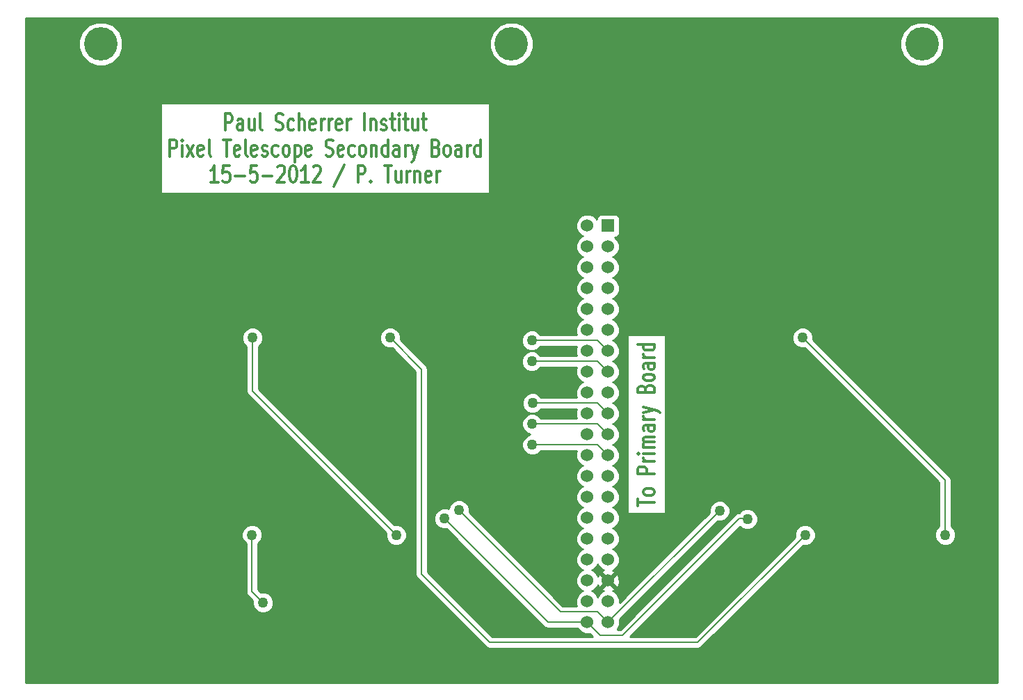
<source format=gtl>
G04 (created by PCBNEW-RS274X (2012-01-19 BZR 3256)-stable) date 5/23/2012 10:45:28 AM*
G01*
G70*
G90*
%MOIN*%
G04 Gerber Fmt 3.4, Leading zero omitted, Abs format*
%FSLAX34Y34*%
G04 APERTURE LIST*
%ADD10C,0.006000*%
%ADD11C,0.012000*%
%ADD12C,0.160000*%
%ADD13R,0.060000X0.060000*%
%ADD14C,0.060000*%
%ADD15C,0.050000*%
%ADD16C,0.008000*%
%ADD17C,0.010000*%
G04 APERTURE END LIST*
G54D10*
G54D11*
X37413Y-30416D02*
X37413Y-30073D01*
X38213Y-30244D02*
X37413Y-30244D01*
X38213Y-29787D02*
X38175Y-29845D01*
X38137Y-29873D01*
X38060Y-29902D01*
X37832Y-29902D01*
X37756Y-29873D01*
X37718Y-29845D01*
X37679Y-29787D01*
X37679Y-29702D01*
X37718Y-29645D01*
X37756Y-29616D01*
X37832Y-29587D01*
X38060Y-29587D01*
X38137Y-29616D01*
X38175Y-29645D01*
X38213Y-29702D01*
X38213Y-29787D01*
X38213Y-28873D02*
X37413Y-28873D01*
X37413Y-28645D01*
X37451Y-28587D01*
X37489Y-28559D01*
X37565Y-28530D01*
X37679Y-28530D01*
X37756Y-28559D01*
X37794Y-28587D01*
X37832Y-28645D01*
X37832Y-28873D01*
X38213Y-28273D02*
X37679Y-28273D01*
X37832Y-28273D02*
X37756Y-28245D01*
X37718Y-28216D01*
X37679Y-28159D01*
X37679Y-28102D01*
X38213Y-27902D02*
X37679Y-27902D01*
X37413Y-27902D02*
X37451Y-27931D01*
X37489Y-27902D01*
X37451Y-27874D01*
X37413Y-27902D01*
X37489Y-27902D01*
X38213Y-27616D02*
X37679Y-27616D01*
X37756Y-27616D02*
X37718Y-27588D01*
X37679Y-27530D01*
X37679Y-27445D01*
X37718Y-27388D01*
X37794Y-27359D01*
X38213Y-27359D01*
X37794Y-27359D02*
X37718Y-27330D01*
X37679Y-27273D01*
X37679Y-27188D01*
X37718Y-27130D01*
X37794Y-27102D01*
X38213Y-27102D01*
X38213Y-26559D02*
X37794Y-26559D01*
X37718Y-26588D01*
X37679Y-26645D01*
X37679Y-26759D01*
X37718Y-26816D01*
X38175Y-26559D02*
X38213Y-26616D01*
X38213Y-26759D01*
X38175Y-26816D01*
X38099Y-26845D01*
X38022Y-26845D01*
X37946Y-26816D01*
X37908Y-26759D01*
X37908Y-26616D01*
X37870Y-26559D01*
X38213Y-26273D02*
X37679Y-26273D01*
X37832Y-26273D02*
X37756Y-26245D01*
X37718Y-26216D01*
X37679Y-26159D01*
X37679Y-26102D01*
X37679Y-25959D02*
X38213Y-25816D01*
X37679Y-25674D02*
X38213Y-25816D01*
X38403Y-25874D01*
X38441Y-25902D01*
X38479Y-25959D01*
X37794Y-24788D02*
X37832Y-24702D01*
X37870Y-24674D01*
X37946Y-24645D01*
X38060Y-24645D01*
X38137Y-24674D01*
X38175Y-24702D01*
X38213Y-24760D01*
X38213Y-24988D01*
X37413Y-24988D01*
X37413Y-24788D01*
X37451Y-24731D01*
X37489Y-24702D01*
X37565Y-24674D01*
X37641Y-24674D01*
X37718Y-24702D01*
X37756Y-24731D01*
X37794Y-24788D01*
X37794Y-24988D01*
X38213Y-24302D02*
X38175Y-24360D01*
X38137Y-24388D01*
X38060Y-24417D01*
X37832Y-24417D01*
X37756Y-24388D01*
X37718Y-24360D01*
X37679Y-24302D01*
X37679Y-24217D01*
X37718Y-24160D01*
X37756Y-24131D01*
X37832Y-24102D01*
X38060Y-24102D01*
X38137Y-24131D01*
X38175Y-24160D01*
X38213Y-24217D01*
X38213Y-24302D01*
X38213Y-23588D02*
X37794Y-23588D01*
X37718Y-23617D01*
X37679Y-23674D01*
X37679Y-23788D01*
X37718Y-23845D01*
X38175Y-23588D02*
X38213Y-23645D01*
X38213Y-23788D01*
X38175Y-23845D01*
X38099Y-23874D01*
X38022Y-23874D01*
X37946Y-23845D01*
X37908Y-23788D01*
X37908Y-23645D01*
X37870Y-23588D01*
X38213Y-23302D02*
X37679Y-23302D01*
X37832Y-23302D02*
X37756Y-23274D01*
X37718Y-23245D01*
X37679Y-23188D01*
X37679Y-23131D01*
X38213Y-22674D02*
X37413Y-22674D01*
X38175Y-22674D02*
X38213Y-22731D01*
X38213Y-22845D01*
X38175Y-22903D01*
X38137Y-22931D01*
X38060Y-22960D01*
X37832Y-22960D01*
X37756Y-22931D01*
X37718Y-22903D01*
X37679Y-22845D01*
X37679Y-22731D01*
X37718Y-22674D01*
X17641Y-12426D02*
X17641Y-11626D01*
X17869Y-11626D01*
X17927Y-11664D01*
X17955Y-11702D01*
X17984Y-11778D01*
X17984Y-11892D01*
X17955Y-11969D01*
X17927Y-12007D01*
X17869Y-12045D01*
X17641Y-12045D01*
X18498Y-12426D02*
X18498Y-12007D01*
X18469Y-11931D01*
X18412Y-11892D01*
X18298Y-11892D01*
X18241Y-11931D01*
X18498Y-12388D02*
X18441Y-12426D01*
X18298Y-12426D01*
X18241Y-12388D01*
X18212Y-12312D01*
X18212Y-12235D01*
X18241Y-12159D01*
X18298Y-12121D01*
X18441Y-12121D01*
X18498Y-12083D01*
X19041Y-11892D02*
X19041Y-12426D01*
X18784Y-11892D02*
X18784Y-12312D01*
X18812Y-12388D01*
X18870Y-12426D01*
X18955Y-12426D01*
X19012Y-12388D01*
X19041Y-12350D01*
X19413Y-12426D02*
X19355Y-12388D01*
X19327Y-12312D01*
X19327Y-11626D01*
X20069Y-12388D02*
X20155Y-12426D01*
X20298Y-12426D01*
X20355Y-12388D01*
X20384Y-12350D01*
X20412Y-12273D01*
X20412Y-12197D01*
X20384Y-12121D01*
X20355Y-12083D01*
X20298Y-12045D01*
X20184Y-12007D01*
X20126Y-11969D01*
X20098Y-11931D01*
X20069Y-11854D01*
X20069Y-11778D01*
X20098Y-11702D01*
X20126Y-11664D01*
X20184Y-11626D01*
X20326Y-11626D01*
X20412Y-11664D01*
X20926Y-12388D02*
X20869Y-12426D01*
X20755Y-12426D01*
X20697Y-12388D01*
X20669Y-12350D01*
X20640Y-12273D01*
X20640Y-12045D01*
X20669Y-11969D01*
X20697Y-11931D01*
X20755Y-11892D01*
X20869Y-11892D01*
X20926Y-11931D01*
X21183Y-12426D02*
X21183Y-11626D01*
X21440Y-12426D02*
X21440Y-12007D01*
X21411Y-11931D01*
X21354Y-11892D01*
X21269Y-11892D01*
X21211Y-11931D01*
X21183Y-11969D01*
X21954Y-12388D02*
X21897Y-12426D01*
X21783Y-12426D01*
X21726Y-12388D01*
X21697Y-12312D01*
X21697Y-12007D01*
X21726Y-11931D01*
X21783Y-11892D01*
X21897Y-11892D01*
X21954Y-11931D01*
X21983Y-12007D01*
X21983Y-12083D01*
X21697Y-12159D01*
X22240Y-12426D02*
X22240Y-11892D01*
X22240Y-12045D02*
X22268Y-11969D01*
X22297Y-11931D01*
X22354Y-11892D01*
X22411Y-11892D01*
X22611Y-12426D02*
X22611Y-11892D01*
X22611Y-12045D02*
X22639Y-11969D01*
X22668Y-11931D01*
X22725Y-11892D01*
X22782Y-11892D01*
X23210Y-12388D02*
X23153Y-12426D01*
X23039Y-12426D01*
X22982Y-12388D01*
X22953Y-12312D01*
X22953Y-12007D01*
X22982Y-11931D01*
X23039Y-11892D01*
X23153Y-11892D01*
X23210Y-11931D01*
X23239Y-12007D01*
X23239Y-12083D01*
X22953Y-12159D01*
X23496Y-12426D02*
X23496Y-11892D01*
X23496Y-12045D02*
X23524Y-11969D01*
X23553Y-11931D01*
X23610Y-11892D01*
X23667Y-11892D01*
X24324Y-12426D02*
X24324Y-11626D01*
X24610Y-11892D02*
X24610Y-12426D01*
X24610Y-11969D02*
X24638Y-11931D01*
X24696Y-11892D01*
X24781Y-11892D01*
X24838Y-11931D01*
X24867Y-12007D01*
X24867Y-12426D01*
X25124Y-12388D02*
X25181Y-12426D01*
X25296Y-12426D01*
X25353Y-12388D01*
X25381Y-12312D01*
X25381Y-12273D01*
X25353Y-12197D01*
X25296Y-12159D01*
X25210Y-12159D01*
X25153Y-12121D01*
X25124Y-12045D01*
X25124Y-12007D01*
X25153Y-11931D01*
X25210Y-11892D01*
X25296Y-11892D01*
X25353Y-11931D01*
X25553Y-11892D02*
X25782Y-11892D01*
X25639Y-11626D02*
X25639Y-12312D01*
X25667Y-12388D01*
X25725Y-12426D01*
X25782Y-12426D01*
X25982Y-12426D02*
X25982Y-11892D01*
X25982Y-11626D02*
X25953Y-11664D01*
X25982Y-11702D01*
X26010Y-11664D01*
X25982Y-11626D01*
X25982Y-11702D01*
X26182Y-11892D02*
X26411Y-11892D01*
X26268Y-11626D02*
X26268Y-12312D01*
X26296Y-12388D01*
X26354Y-12426D01*
X26411Y-12426D01*
X26868Y-11892D02*
X26868Y-12426D01*
X26611Y-11892D02*
X26611Y-12312D01*
X26639Y-12388D01*
X26697Y-12426D01*
X26782Y-12426D01*
X26839Y-12388D01*
X26868Y-12350D01*
X27068Y-11892D02*
X27297Y-11892D01*
X27154Y-11626D02*
X27154Y-12312D01*
X27182Y-12388D01*
X27240Y-12426D01*
X27297Y-12426D01*
X14985Y-13666D02*
X14985Y-12866D01*
X15213Y-12866D01*
X15271Y-12904D01*
X15299Y-12942D01*
X15328Y-13018D01*
X15328Y-13132D01*
X15299Y-13209D01*
X15271Y-13247D01*
X15213Y-13285D01*
X14985Y-13285D01*
X15585Y-13666D02*
X15585Y-13132D01*
X15585Y-12866D02*
X15556Y-12904D01*
X15585Y-12942D01*
X15613Y-12904D01*
X15585Y-12866D01*
X15585Y-12942D01*
X15814Y-13666D02*
X16128Y-13132D01*
X15814Y-13132D02*
X16128Y-13666D01*
X16585Y-13628D02*
X16528Y-13666D01*
X16414Y-13666D01*
X16357Y-13628D01*
X16328Y-13552D01*
X16328Y-13247D01*
X16357Y-13171D01*
X16414Y-13132D01*
X16528Y-13132D01*
X16585Y-13171D01*
X16614Y-13247D01*
X16614Y-13323D01*
X16328Y-13399D01*
X16957Y-13666D02*
X16899Y-13628D01*
X16871Y-13552D01*
X16871Y-12866D01*
X17556Y-12866D02*
X17899Y-12866D01*
X17728Y-13666D02*
X17728Y-12866D01*
X18327Y-13628D02*
X18270Y-13666D01*
X18156Y-13666D01*
X18099Y-13628D01*
X18070Y-13552D01*
X18070Y-13247D01*
X18099Y-13171D01*
X18156Y-13132D01*
X18270Y-13132D01*
X18327Y-13171D01*
X18356Y-13247D01*
X18356Y-13323D01*
X18070Y-13399D01*
X18699Y-13666D02*
X18641Y-13628D01*
X18613Y-13552D01*
X18613Y-12866D01*
X19155Y-13628D02*
X19098Y-13666D01*
X18984Y-13666D01*
X18927Y-13628D01*
X18898Y-13552D01*
X18898Y-13247D01*
X18927Y-13171D01*
X18984Y-13132D01*
X19098Y-13132D01*
X19155Y-13171D01*
X19184Y-13247D01*
X19184Y-13323D01*
X18898Y-13399D01*
X19412Y-13628D02*
X19469Y-13666D01*
X19584Y-13666D01*
X19641Y-13628D01*
X19669Y-13552D01*
X19669Y-13513D01*
X19641Y-13437D01*
X19584Y-13399D01*
X19498Y-13399D01*
X19441Y-13361D01*
X19412Y-13285D01*
X19412Y-13247D01*
X19441Y-13171D01*
X19498Y-13132D01*
X19584Y-13132D01*
X19641Y-13171D01*
X20184Y-13628D02*
X20127Y-13666D01*
X20013Y-13666D01*
X19955Y-13628D01*
X19927Y-13590D01*
X19898Y-13513D01*
X19898Y-13285D01*
X19927Y-13209D01*
X19955Y-13171D01*
X20013Y-13132D01*
X20127Y-13132D01*
X20184Y-13171D01*
X20527Y-13666D02*
X20469Y-13628D01*
X20441Y-13590D01*
X20412Y-13513D01*
X20412Y-13285D01*
X20441Y-13209D01*
X20469Y-13171D01*
X20527Y-13132D01*
X20612Y-13132D01*
X20669Y-13171D01*
X20698Y-13209D01*
X20727Y-13285D01*
X20727Y-13513D01*
X20698Y-13590D01*
X20669Y-13628D01*
X20612Y-13666D01*
X20527Y-13666D01*
X20984Y-13132D02*
X20984Y-13932D01*
X20984Y-13171D02*
X21041Y-13132D01*
X21155Y-13132D01*
X21212Y-13171D01*
X21241Y-13209D01*
X21270Y-13285D01*
X21270Y-13513D01*
X21241Y-13590D01*
X21212Y-13628D01*
X21155Y-13666D01*
X21041Y-13666D01*
X20984Y-13628D01*
X21755Y-13628D02*
X21698Y-13666D01*
X21584Y-13666D01*
X21527Y-13628D01*
X21498Y-13552D01*
X21498Y-13247D01*
X21527Y-13171D01*
X21584Y-13132D01*
X21698Y-13132D01*
X21755Y-13171D01*
X21784Y-13247D01*
X21784Y-13323D01*
X21498Y-13399D01*
X22469Y-13628D02*
X22555Y-13666D01*
X22698Y-13666D01*
X22755Y-13628D01*
X22784Y-13590D01*
X22812Y-13513D01*
X22812Y-13437D01*
X22784Y-13361D01*
X22755Y-13323D01*
X22698Y-13285D01*
X22584Y-13247D01*
X22526Y-13209D01*
X22498Y-13171D01*
X22469Y-13094D01*
X22469Y-13018D01*
X22498Y-12942D01*
X22526Y-12904D01*
X22584Y-12866D01*
X22726Y-12866D01*
X22812Y-12904D01*
X23297Y-13628D02*
X23240Y-13666D01*
X23126Y-13666D01*
X23069Y-13628D01*
X23040Y-13552D01*
X23040Y-13247D01*
X23069Y-13171D01*
X23126Y-13132D01*
X23240Y-13132D01*
X23297Y-13171D01*
X23326Y-13247D01*
X23326Y-13323D01*
X23040Y-13399D01*
X23840Y-13628D02*
X23783Y-13666D01*
X23669Y-13666D01*
X23611Y-13628D01*
X23583Y-13590D01*
X23554Y-13513D01*
X23554Y-13285D01*
X23583Y-13209D01*
X23611Y-13171D01*
X23669Y-13132D01*
X23783Y-13132D01*
X23840Y-13171D01*
X24183Y-13666D02*
X24125Y-13628D01*
X24097Y-13590D01*
X24068Y-13513D01*
X24068Y-13285D01*
X24097Y-13209D01*
X24125Y-13171D01*
X24183Y-13132D01*
X24268Y-13132D01*
X24325Y-13171D01*
X24354Y-13209D01*
X24383Y-13285D01*
X24383Y-13513D01*
X24354Y-13590D01*
X24325Y-13628D01*
X24268Y-13666D01*
X24183Y-13666D01*
X24640Y-13132D02*
X24640Y-13666D01*
X24640Y-13209D02*
X24668Y-13171D01*
X24726Y-13132D01*
X24811Y-13132D01*
X24868Y-13171D01*
X24897Y-13247D01*
X24897Y-13666D01*
X25440Y-13666D02*
X25440Y-12866D01*
X25440Y-13628D02*
X25383Y-13666D01*
X25269Y-13666D01*
X25211Y-13628D01*
X25183Y-13590D01*
X25154Y-13513D01*
X25154Y-13285D01*
X25183Y-13209D01*
X25211Y-13171D01*
X25269Y-13132D01*
X25383Y-13132D01*
X25440Y-13171D01*
X25983Y-13666D02*
X25983Y-13247D01*
X25954Y-13171D01*
X25897Y-13132D01*
X25783Y-13132D01*
X25726Y-13171D01*
X25983Y-13628D02*
X25926Y-13666D01*
X25783Y-13666D01*
X25726Y-13628D01*
X25697Y-13552D01*
X25697Y-13475D01*
X25726Y-13399D01*
X25783Y-13361D01*
X25926Y-13361D01*
X25983Y-13323D01*
X26269Y-13666D02*
X26269Y-13132D01*
X26269Y-13285D02*
X26297Y-13209D01*
X26326Y-13171D01*
X26383Y-13132D01*
X26440Y-13132D01*
X26583Y-13132D02*
X26726Y-13666D01*
X26868Y-13132D02*
X26726Y-13666D01*
X26668Y-13856D01*
X26640Y-13894D01*
X26583Y-13932D01*
X27754Y-13247D02*
X27840Y-13285D01*
X27868Y-13323D01*
X27897Y-13399D01*
X27897Y-13513D01*
X27868Y-13590D01*
X27840Y-13628D01*
X27782Y-13666D01*
X27554Y-13666D01*
X27554Y-12866D01*
X27754Y-12866D01*
X27811Y-12904D01*
X27840Y-12942D01*
X27868Y-13018D01*
X27868Y-13094D01*
X27840Y-13171D01*
X27811Y-13209D01*
X27754Y-13247D01*
X27554Y-13247D01*
X28240Y-13666D02*
X28182Y-13628D01*
X28154Y-13590D01*
X28125Y-13513D01*
X28125Y-13285D01*
X28154Y-13209D01*
X28182Y-13171D01*
X28240Y-13132D01*
X28325Y-13132D01*
X28382Y-13171D01*
X28411Y-13209D01*
X28440Y-13285D01*
X28440Y-13513D01*
X28411Y-13590D01*
X28382Y-13628D01*
X28325Y-13666D01*
X28240Y-13666D01*
X28954Y-13666D02*
X28954Y-13247D01*
X28925Y-13171D01*
X28868Y-13132D01*
X28754Y-13132D01*
X28697Y-13171D01*
X28954Y-13628D02*
X28897Y-13666D01*
X28754Y-13666D01*
X28697Y-13628D01*
X28668Y-13552D01*
X28668Y-13475D01*
X28697Y-13399D01*
X28754Y-13361D01*
X28897Y-13361D01*
X28954Y-13323D01*
X29240Y-13666D02*
X29240Y-13132D01*
X29240Y-13285D02*
X29268Y-13209D01*
X29297Y-13171D01*
X29354Y-13132D01*
X29411Y-13132D01*
X29868Y-13666D02*
X29868Y-12866D01*
X29868Y-13628D02*
X29811Y-13666D01*
X29697Y-13666D01*
X29639Y-13628D01*
X29611Y-13590D01*
X29582Y-13513D01*
X29582Y-13285D01*
X29611Y-13209D01*
X29639Y-13171D01*
X29697Y-13132D01*
X29811Y-13132D01*
X29868Y-13171D01*
X17299Y-14906D02*
X16956Y-14906D01*
X17128Y-14906D02*
X17128Y-14106D01*
X17071Y-14220D01*
X17013Y-14296D01*
X16956Y-14334D01*
X17842Y-14106D02*
X17556Y-14106D01*
X17527Y-14487D01*
X17556Y-14449D01*
X17613Y-14411D01*
X17756Y-14411D01*
X17813Y-14449D01*
X17842Y-14487D01*
X17870Y-14563D01*
X17870Y-14753D01*
X17842Y-14830D01*
X17813Y-14868D01*
X17756Y-14906D01*
X17613Y-14906D01*
X17556Y-14868D01*
X17527Y-14830D01*
X18127Y-14601D02*
X18584Y-14601D01*
X19156Y-14106D02*
X18870Y-14106D01*
X18841Y-14487D01*
X18870Y-14449D01*
X18927Y-14411D01*
X19070Y-14411D01*
X19127Y-14449D01*
X19156Y-14487D01*
X19184Y-14563D01*
X19184Y-14753D01*
X19156Y-14830D01*
X19127Y-14868D01*
X19070Y-14906D01*
X18927Y-14906D01*
X18870Y-14868D01*
X18841Y-14830D01*
X19441Y-14601D02*
X19898Y-14601D01*
X20155Y-14182D02*
X20184Y-14144D01*
X20241Y-14106D01*
X20384Y-14106D01*
X20441Y-14144D01*
X20470Y-14182D01*
X20498Y-14258D01*
X20498Y-14334D01*
X20470Y-14449D01*
X20127Y-14906D01*
X20498Y-14906D01*
X20869Y-14106D02*
X20926Y-14106D01*
X20983Y-14144D01*
X21012Y-14182D01*
X21041Y-14258D01*
X21069Y-14411D01*
X21069Y-14601D01*
X21041Y-14753D01*
X21012Y-14830D01*
X20983Y-14868D01*
X20926Y-14906D01*
X20869Y-14906D01*
X20812Y-14868D01*
X20783Y-14830D01*
X20755Y-14753D01*
X20726Y-14601D01*
X20726Y-14411D01*
X20755Y-14258D01*
X20783Y-14182D01*
X20812Y-14144D01*
X20869Y-14106D01*
X21640Y-14906D02*
X21297Y-14906D01*
X21469Y-14906D02*
X21469Y-14106D01*
X21412Y-14220D01*
X21354Y-14296D01*
X21297Y-14334D01*
X21868Y-14182D02*
X21897Y-14144D01*
X21954Y-14106D01*
X22097Y-14106D01*
X22154Y-14144D01*
X22183Y-14182D01*
X22211Y-14258D01*
X22211Y-14334D01*
X22183Y-14449D01*
X21840Y-14906D01*
X22211Y-14906D01*
X23353Y-14068D02*
X22839Y-15096D01*
X24011Y-14906D02*
X24011Y-14106D01*
X24239Y-14106D01*
X24297Y-14144D01*
X24325Y-14182D01*
X24354Y-14258D01*
X24354Y-14372D01*
X24325Y-14449D01*
X24297Y-14487D01*
X24239Y-14525D01*
X24011Y-14525D01*
X24611Y-14830D02*
X24639Y-14868D01*
X24611Y-14906D01*
X24582Y-14868D01*
X24611Y-14830D01*
X24611Y-14906D01*
X25268Y-14106D02*
X25611Y-14106D01*
X25440Y-14906D02*
X25440Y-14106D01*
X26068Y-14372D02*
X26068Y-14906D01*
X25811Y-14372D02*
X25811Y-14792D01*
X25839Y-14868D01*
X25897Y-14906D01*
X25982Y-14906D01*
X26039Y-14868D01*
X26068Y-14830D01*
X26354Y-14906D02*
X26354Y-14372D01*
X26354Y-14525D02*
X26382Y-14449D01*
X26411Y-14411D01*
X26468Y-14372D01*
X26525Y-14372D01*
X26725Y-14372D02*
X26725Y-14906D01*
X26725Y-14449D02*
X26753Y-14411D01*
X26811Y-14372D01*
X26896Y-14372D01*
X26953Y-14411D01*
X26982Y-14487D01*
X26982Y-14906D01*
X27496Y-14868D02*
X27439Y-14906D01*
X27325Y-14906D01*
X27268Y-14868D01*
X27239Y-14792D01*
X27239Y-14487D01*
X27268Y-14411D01*
X27325Y-14372D01*
X27439Y-14372D01*
X27496Y-14411D01*
X27525Y-14487D01*
X27525Y-14563D01*
X27239Y-14639D01*
X27782Y-14906D02*
X27782Y-14372D01*
X27782Y-14525D02*
X27810Y-14449D01*
X27839Y-14411D01*
X27896Y-14372D01*
X27953Y-14372D01*
G54D12*
X31362Y-08283D03*
X11677Y-08283D03*
G54D13*
X35997Y-16992D03*
G54D14*
X34997Y-16992D03*
X35997Y-21992D03*
X34997Y-17992D03*
X35997Y-22992D03*
X34997Y-18992D03*
X35997Y-23992D03*
X34997Y-19992D03*
X35997Y-24992D03*
X34997Y-20992D03*
X35997Y-25992D03*
X34997Y-21992D03*
X35997Y-26992D03*
X34997Y-22992D03*
X35997Y-27992D03*
X34997Y-23992D03*
X35997Y-28992D03*
X34997Y-24992D03*
X35997Y-29992D03*
X34997Y-25992D03*
X35997Y-30992D03*
X34997Y-26992D03*
X35997Y-31992D03*
X34997Y-27992D03*
X34997Y-28992D03*
X35997Y-32992D03*
X34997Y-29992D03*
X34997Y-31992D03*
X34997Y-32992D03*
X34997Y-33992D03*
X34997Y-34992D03*
X35997Y-33992D03*
X35997Y-34992D03*
X35997Y-17992D03*
X35997Y-18992D03*
X35997Y-19992D03*
X35997Y-20992D03*
X35997Y-35992D03*
X34997Y-35992D03*
X34997Y-30992D03*
G54D12*
X51047Y-08283D03*
G54D15*
X28843Y-30626D03*
X41334Y-30655D03*
X42673Y-31047D03*
X28154Y-31020D03*
X32347Y-22486D03*
X32347Y-23490D03*
X32377Y-25488D03*
X32357Y-26492D03*
X19449Y-35047D03*
X18925Y-31807D03*
X52150Y-31807D03*
X45320Y-22358D03*
X25546Y-22358D03*
X45438Y-31807D03*
X18952Y-22358D03*
X25841Y-31807D03*
X32357Y-27486D03*
G54D16*
X35997Y-35992D02*
X35493Y-35488D01*
X33705Y-35488D02*
X28843Y-30626D01*
X35493Y-35488D02*
X33705Y-35488D01*
X35997Y-35992D02*
X41334Y-30655D01*
X36688Y-36620D02*
X42288Y-31020D01*
X35625Y-36620D02*
X34997Y-35992D01*
X35625Y-36620D02*
X36688Y-36620D01*
X42646Y-31020D02*
X42288Y-31020D01*
X42673Y-31047D02*
X42646Y-31020D01*
X33126Y-35992D02*
X28154Y-31020D01*
X34997Y-35992D02*
X33126Y-35992D01*
X35997Y-22992D02*
X35491Y-22486D01*
X35491Y-22486D02*
X32347Y-22486D01*
X35495Y-23490D02*
X32347Y-23490D01*
X35997Y-23992D02*
X35495Y-23490D01*
X35493Y-25488D02*
X32377Y-25488D01*
X35997Y-25992D02*
X35493Y-25488D01*
X35997Y-26992D02*
X35497Y-26492D01*
X35497Y-26492D02*
X32357Y-26492D01*
X18925Y-31807D02*
X18925Y-34523D01*
X18925Y-34523D02*
X19449Y-35047D01*
X52150Y-31807D02*
X52150Y-29188D01*
X52150Y-29188D02*
X51973Y-29011D01*
X51973Y-29011D02*
X45320Y-22358D01*
X45438Y-31807D02*
X40290Y-36955D01*
X40290Y-36955D02*
X30320Y-36955D01*
X27052Y-23864D02*
X25546Y-22358D01*
X27052Y-33687D02*
X27052Y-23864D01*
X30320Y-36955D02*
X27052Y-33687D01*
X18952Y-24918D02*
X18952Y-22358D01*
X25841Y-31807D02*
X18952Y-24918D01*
X35997Y-27992D02*
X35491Y-27486D01*
X35491Y-27486D02*
X32357Y-27486D01*
G54D10*
G36*
X54660Y-38864D02*
X52649Y-38864D01*
X52649Y-31906D01*
X52649Y-31708D01*
X52573Y-31525D01*
X52440Y-31391D01*
X52440Y-29188D01*
X52418Y-29077D01*
X52355Y-28983D01*
X52179Y-28807D01*
X52178Y-28806D01*
X52178Y-28805D01*
X52097Y-28724D01*
X52097Y-08493D01*
X52097Y-08075D01*
X51937Y-07689D01*
X51642Y-07393D01*
X51257Y-07233D01*
X50839Y-07233D01*
X50453Y-07393D01*
X50157Y-07688D01*
X49997Y-08073D01*
X49997Y-08491D01*
X50157Y-08877D01*
X50452Y-09173D01*
X50837Y-09333D01*
X51255Y-09333D01*
X51641Y-09173D01*
X51937Y-08878D01*
X52097Y-08493D01*
X52097Y-28724D01*
X45819Y-22446D01*
X45819Y-22259D01*
X45743Y-22076D01*
X45603Y-21935D01*
X45419Y-21859D01*
X45221Y-21859D01*
X45038Y-21935D01*
X44897Y-22075D01*
X44821Y-22259D01*
X44821Y-22457D01*
X44897Y-22640D01*
X45037Y-22781D01*
X45221Y-22857D01*
X45408Y-22857D01*
X51767Y-29216D01*
X51768Y-29216D01*
X51769Y-29217D01*
X51860Y-29308D01*
X51860Y-31391D01*
X51727Y-31524D01*
X51651Y-31708D01*
X51651Y-31906D01*
X51727Y-32089D01*
X51867Y-32230D01*
X52051Y-32306D01*
X52249Y-32306D01*
X52432Y-32230D01*
X52573Y-32090D01*
X52649Y-31906D01*
X52649Y-38864D01*
X45937Y-38864D01*
X45937Y-31906D01*
X45937Y-31708D01*
X45861Y-31525D01*
X45721Y-31384D01*
X45537Y-31308D01*
X45339Y-31308D01*
X45156Y-31384D01*
X45015Y-31524D01*
X44939Y-31708D01*
X44939Y-31896D01*
X40170Y-36665D01*
X37053Y-36665D01*
X42319Y-31398D01*
X42390Y-31470D01*
X42574Y-31546D01*
X42772Y-31546D01*
X42955Y-31470D01*
X43096Y-31330D01*
X43172Y-31146D01*
X43172Y-30948D01*
X43096Y-30765D01*
X42956Y-30624D01*
X42772Y-30548D01*
X42574Y-30548D01*
X42391Y-30624D01*
X42283Y-30730D01*
X42177Y-30752D01*
X42083Y-30815D01*
X36568Y-36330D01*
X36435Y-36330D01*
X36462Y-36303D01*
X36546Y-36101D01*
X36546Y-35883D01*
X36537Y-35861D01*
X41245Y-31154D01*
X41433Y-31154D01*
X41616Y-31078D01*
X41757Y-30938D01*
X41833Y-30754D01*
X41833Y-30556D01*
X41757Y-30373D01*
X41617Y-30232D01*
X41433Y-30156D01*
X41235Y-30156D01*
X41052Y-30232D01*
X40911Y-30372D01*
X40835Y-30556D01*
X40835Y-30743D01*
X38759Y-32819D01*
X38759Y-30783D01*
X38759Y-22221D01*
X36899Y-22221D01*
X36899Y-30783D01*
X38759Y-30783D01*
X38759Y-32819D01*
X36546Y-35032D01*
X36546Y-34883D01*
X36540Y-34868D01*
X36540Y-34071D01*
X36529Y-33858D01*
X36469Y-33711D01*
X36375Y-33684D01*
X36068Y-33992D01*
X36375Y-34300D01*
X36469Y-34273D01*
X36540Y-34071D01*
X36540Y-34868D01*
X36462Y-34681D01*
X36308Y-34527D01*
X36216Y-34489D01*
X36278Y-34464D01*
X36305Y-34370D01*
X35997Y-34063D01*
X35689Y-34370D01*
X35716Y-34464D01*
X35781Y-34487D01*
X35686Y-34527D01*
X35532Y-34681D01*
X35497Y-34765D01*
X35462Y-34681D01*
X35308Y-34527D01*
X35223Y-34492D01*
X35308Y-34457D01*
X35462Y-34303D01*
X35499Y-34211D01*
X35525Y-34273D01*
X35619Y-34300D01*
X35926Y-33992D01*
X35619Y-33684D01*
X35525Y-33711D01*
X35501Y-33776D01*
X35462Y-33681D01*
X35308Y-33527D01*
X35223Y-33492D01*
X35308Y-33457D01*
X35462Y-33303D01*
X35497Y-33218D01*
X35532Y-33303D01*
X35686Y-33457D01*
X35777Y-33494D01*
X35716Y-33520D01*
X35689Y-33614D01*
X35997Y-33921D01*
X36305Y-33614D01*
X36278Y-33520D01*
X36212Y-33496D01*
X36308Y-33457D01*
X36462Y-33303D01*
X36546Y-33101D01*
X36546Y-32883D01*
X36462Y-32681D01*
X36308Y-32527D01*
X36223Y-32492D01*
X36308Y-32457D01*
X36462Y-32303D01*
X36546Y-32101D01*
X36546Y-31883D01*
X36462Y-31681D01*
X36308Y-31527D01*
X36223Y-31492D01*
X36308Y-31457D01*
X36462Y-31303D01*
X36546Y-31101D01*
X36546Y-30883D01*
X36462Y-30681D01*
X36308Y-30527D01*
X36223Y-30492D01*
X36308Y-30457D01*
X36462Y-30303D01*
X36546Y-30101D01*
X36546Y-29883D01*
X36462Y-29681D01*
X36308Y-29527D01*
X36223Y-29492D01*
X36308Y-29457D01*
X36462Y-29303D01*
X36546Y-29101D01*
X36546Y-28883D01*
X36462Y-28681D01*
X36308Y-28527D01*
X36223Y-28492D01*
X36308Y-28457D01*
X36462Y-28303D01*
X36546Y-28101D01*
X36546Y-27883D01*
X36462Y-27681D01*
X36308Y-27527D01*
X36223Y-27492D01*
X36308Y-27457D01*
X36462Y-27303D01*
X36546Y-27101D01*
X36546Y-26883D01*
X36462Y-26681D01*
X36308Y-26527D01*
X36223Y-26492D01*
X36308Y-26457D01*
X36462Y-26303D01*
X36546Y-26101D01*
X36546Y-25883D01*
X36462Y-25681D01*
X36308Y-25527D01*
X36223Y-25492D01*
X36308Y-25457D01*
X36462Y-25303D01*
X36546Y-25101D01*
X36546Y-24883D01*
X36462Y-24681D01*
X36308Y-24527D01*
X36223Y-24492D01*
X36308Y-24457D01*
X36462Y-24303D01*
X36546Y-24101D01*
X36546Y-23883D01*
X36462Y-23681D01*
X36308Y-23527D01*
X36223Y-23492D01*
X36308Y-23457D01*
X36462Y-23303D01*
X36546Y-23101D01*
X36546Y-22883D01*
X36462Y-22681D01*
X36308Y-22527D01*
X36223Y-22492D01*
X36308Y-22457D01*
X36462Y-22303D01*
X36546Y-22101D01*
X36546Y-21883D01*
X36462Y-21681D01*
X36308Y-21527D01*
X36223Y-21492D01*
X36308Y-21457D01*
X36462Y-21303D01*
X36546Y-21101D01*
X36546Y-20883D01*
X36462Y-20681D01*
X36308Y-20527D01*
X36223Y-20492D01*
X36308Y-20457D01*
X36462Y-20303D01*
X36546Y-20101D01*
X36546Y-19883D01*
X36462Y-19681D01*
X36308Y-19527D01*
X36223Y-19492D01*
X36308Y-19457D01*
X36462Y-19303D01*
X36546Y-19101D01*
X36546Y-18883D01*
X36462Y-18681D01*
X36308Y-18527D01*
X36223Y-18492D01*
X36308Y-18457D01*
X36462Y-18303D01*
X36546Y-18101D01*
X36546Y-17883D01*
X36462Y-17681D01*
X36322Y-17541D01*
X36346Y-17541D01*
X36438Y-17503D01*
X36508Y-17433D01*
X36546Y-17342D01*
X36546Y-17243D01*
X36546Y-16643D01*
X36508Y-16551D01*
X36438Y-16481D01*
X36347Y-16443D01*
X36248Y-16443D01*
X35648Y-16443D01*
X35556Y-16481D01*
X35486Y-16551D01*
X35448Y-16642D01*
X35448Y-16667D01*
X35308Y-16527D01*
X35106Y-16443D01*
X34888Y-16443D01*
X34686Y-16527D01*
X34532Y-16681D01*
X34448Y-16883D01*
X34448Y-17101D01*
X34532Y-17303D01*
X34686Y-17457D01*
X34770Y-17492D01*
X34686Y-17527D01*
X34532Y-17681D01*
X34448Y-17883D01*
X34448Y-18101D01*
X34532Y-18303D01*
X34686Y-18457D01*
X34770Y-18492D01*
X34686Y-18527D01*
X34532Y-18681D01*
X34448Y-18883D01*
X34448Y-19101D01*
X34532Y-19303D01*
X34686Y-19457D01*
X34770Y-19492D01*
X34686Y-19527D01*
X34532Y-19681D01*
X34448Y-19883D01*
X34448Y-20101D01*
X34532Y-20303D01*
X34686Y-20457D01*
X34770Y-20492D01*
X34686Y-20527D01*
X34532Y-20681D01*
X34448Y-20883D01*
X34448Y-21101D01*
X34532Y-21303D01*
X34686Y-21457D01*
X34770Y-21492D01*
X34686Y-21527D01*
X34532Y-21681D01*
X34448Y-21883D01*
X34448Y-22101D01*
X34487Y-22196D01*
X32762Y-22196D01*
X32630Y-22063D01*
X32446Y-21987D01*
X32412Y-21987D01*
X32412Y-08493D01*
X32412Y-08075D01*
X32252Y-07689D01*
X31957Y-07393D01*
X31572Y-07233D01*
X31154Y-07233D01*
X30768Y-07393D01*
X30472Y-07688D01*
X30312Y-08073D01*
X30312Y-08491D01*
X30472Y-08877D01*
X30767Y-09173D01*
X31152Y-09333D01*
X31570Y-09333D01*
X31956Y-09173D01*
X32252Y-08878D01*
X32412Y-08493D01*
X32412Y-21987D01*
X32248Y-21987D01*
X32065Y-22063D01*
X31924Y-22203D01*
X31848Y-22387D01*
X31848Y-22585D01*
X31924Y-22768D01*
X32064Y-22909D01*
X32248Y-22985D01*
X32446Y-22985D01*
X32629Y-22909D01*
X32762Y-22776D01*
X34492Y-22776D01*
X34448Y-22883D01*
X34448Y-23101D01*
X34489Y-23200D01*
X32762Y-23200D01*
X32630Y-23067D01*
X32446Y-22991D01*
X32248Y-22991D01*
X32065Y-23067D01*
X31924Y-23207D01*
X31848Y-23391D01*
X31848Y-23589D01*
X31924Y-23772D01*
X32064Y-23913D01*
X32248Y-23989D01*
X32446Y-23989D01*
X32629Y-23913D01*
X32762Y-23780D01*
X34490Y-23780D01*
X34448Y-23883D01*
X34448Y-24101D01*
X34532Y-24303D01*
X34686Y-24457D01*
X34770Y-24492D01*
X34686Y-24527D01*
X34532Y-24681D01*
X34448Y-24883D01*
X34448Y-25101D01*
X34488Y-25198D01*
X32792Y-25198D01*
X32660Y-25065D01*
X32476Y-24989D01*
X32278Y-24989D01*
X32095Y-25065D01*
X31954Y-25205D01*
X31878Y-25389D01*
X31878Y-25587D01*
X31954Y-25770D01*
X32094Y-25911D01*
X32278Y-25987D01*
X32476Y-25987D01*
X32659Y-25911D01*
X32792Y-25778D01*
X34491Y-25778D01*
X34448Y-25883D01*
X34448Y-26101D01*
X34490Y-26202D01*
X32772Y-26202D01*
X32640Y-26069D01*
X32456Y-25993D01*
X32258Y-25993D01*
X32075Y-26069D01*
X31934Y-26209D01*
X31858Y-26393D01*
X31858Y-26591D01*
X31934Y-26774D01*
X32074Y-26915D01*
X32253Y-26989D01*
X32075Y-27063D01*
X31934Y-27203D01*
X31858Y-27387D01*
X31858Y-27585D01*
X31934Y-27768D01*
X32074Y-27909D01*
X32258Y-27985D01*
X32456Y-27985D01*
X32639Y-27909D01*
X32772Y-27776D01*
X34492Y-27776D01*
X34448Y-27883D01*
X34448Y-28101D01*
X34532Y-28303D01*
X34686Y-28457D01*
X34770Y-28492D01*
X34686Y-28527D01*
X34532Y-28681D01*
X34448Y-28883D01*
X34448Y-29101D01*
X34532Y-29303D01*
X34686Y-29457D01*
X34770Y-29492D01*
X34686Y-29527D01*
X34532Y-29681D01*
X34448Y-29883D01*
X34448Y-30101D01*
X34532Y-30303D01*
X34686Y-30457D01*
X34770Y-30492D01*
X34686Y-30527D01*
X34532Y-30681D01*
X34448Y-30883D01*
X34448Y-31101D01*
X34532Y-31303D01*
X34686Y-31457D01*
X34770Y-31492D01*
X34686Y-31527D01*
X34532Y-31681D01*
X34448Y-31883D01*
X34448Y-32101D01*
X34532Y-32303D01*
X34686Y-32457D01*
X34770Y-32492D01*
X34686Y-32527D01*
X34532Y-32681D01*
X34448Y-32883D01*
X34448Y-33101D01*
X34532Y-33303D01*
X34686Y-33457D01*
X34770Y-33492D01*
X34686Y-33527D01*
X34532Y-33681D01*
X34448Y-33883D01*
X34448Y-34101D01*
X34532Y-34303D01*
X34686Y-34457D01*
X34770Y-34492D01*
X34686Y-34527D01*
X34532Y-34681D01*
X34448Y-34883D01*
X34448Y-35101D01*
X34488Y-35198D01*
X33825Y-35198D01*
X30321Y-31694D01*
X30321Y-15452D01*
X30321Y-11112D01*
X14532Y-11112D01*
X14532Y-15452D01*
X30321Y-15452D01*
X30321Y-31694D01*
X29342Y-30715D01*
X29342Y-30527D01*
X29266Y-30344D01*
X29126Y-30203D01*
X28942Y-30127D01*
X28744Y-30127D01*
X28561Y-30203D01*
X28420Y-30343D01*
X28344Y-30527D01*
X28344Y-30558D01*
X28253Y-30521D01*
X28055Y-30521D01*
X27872Y-30597D01*
X27731Y-30737D01*
X27655Y-30921D01*
X27655Y-31119D01*
X27731Y-31302D01*
X27871Y-31443D01*
X28055Y-31519D01*
X28243Y-31519D01*
X32921Y-36197D01*
X33015Y-36260D01*
X33126Y-36282D01*
X34523Y-36282D01*
X34532Y-36303D01*
X34686Y-36457D01*
X34888Y-36541D01*
X35106Y-36541D01*
X35127Y-36532D01*
X35260Y-36665D01*
X30440Y-36665D01*
X27342Y-33566D01*
X27342Y-23864D01*
X27341Y-23863D01*
X27320Y-23753D01*
X27319Y-23752D01*
X27257Y-23659D01*
X27256Y-23658D01*
X26045Y-22447D01*
X26045Y-22259D01*
X25969Y-22076D01*
X25829Y-21935D01*
X25645Y-21859D01*
X25447Y-21859D01*
X25264Y-21935D01*
X25123Y-22075D01*
X25047Y-22259D01*
X25047Y-22457D01*
X25123Y-22640D01*
X25263Y-22781D01*
X25447Y-22857D01*
X25635Y-22857D01*
X26762Y-23984D01*
X26762Y-33687D01*
X26784Y-33798D01*
X26847Y-33892D01*
X30114Y-37160D01*
X30115Y-37160D01*
X30209Y-37223D01*
X30320Y-37245D01*
X40290Y-37245D01*
X40401Y-37223D01*
X40495Y-37160D01*
X45349Y-32306D01*
X45537Y-32306D01*
X45720Y-32230D01*
X45861Y-32090D01*
X45937Y-31906D01*
X45937Y-38864D01*
X26340Y-38864D01*
X26340Y-31906D01*
X26340Y-31708D01*
X26264Y-31525D01*
X26124Y-31384D01*
X25940Y-31308D01*
X25752Y-31308D01*
X19242Y-24798D01*
X19242Y-22773D01*
X19375Y-22641D01*
X19451Y-22457D01*
X19451Y-22259D01*
X19375Y-22076D01*
X19235Y-21935D01*
X19051Y-21859D01*
X18853Y-21859D01*
X18670Y-21935D01*
X18529Y-22075D01*
X18453Y-22259D01*
X18453Y-22457D01*
X18529Y-22640D01*
X18662Y-22773D01*
X18662Y-24918D01*
X18684Y-25029D01*
X18747Y-25123D01*
X25342Y-31718D01*
X25342Y-31906D01*
X25418Y-32089D01*
X25558Y-32230D01*
X25742Y-32306D01*
X25940Y-32306D01*
X26123Y-32230D01*
X26264Y-32090D01*
X26340Y-31906D01*
X26340Y-38864D01*
X19948Y-38864D01*
X19948Y-35146D01*
X19948Y-34948D01*
X19872Y-34765D01*
X19732Y-34624D01*
X19548Y-34548D01*
X19360Y-34548D01*
X19215Y-34403D01*
X19215Y-32222D01*
X19348Y-32090D01*
X19424Y-31906D01*
X19424Y-31708D01*
X19348Y-31525D01*
X19208Y-31384D01*
X19024Y-31308D01*
X18826Y-31308D01*
X18643Y-31384D01*
X18502Y-31524D01*
X18426Y-31708D01*
X18426Y-31906D01*
X18502Y-32089D01*
X18635Y-32222D01*
X18635Y-34523D01*
X18657Y-34634D01*
X18720Y-34728D01*
X18950Y-34958D01*
X18950Y-35146D01*
X19026Y-35329D01*
X19166Y-35470D01*
X19350Y-35546D01*
X19548Y-35546D01*
X19731Y-35470D01*
X19872Y-35330D01*
X19948Y-35146D01*
X19948Y-38864D01*
X12727Y-38864D01*
X12727Y-08493D01*
X12727Y-08075D01*
X12567Y-07689D01*
X12272Y-07393D01*
X11887Y-07233D01*
X11469Y-07233D01*
X11083Y-07393D01*
X10787Y-07688D01*
X10627Y-08073D01*
X10627Y-08491D01*
X10787Y-08877D01*
X11082Y-09173D01*
X11467Y-09333D01*
X11885Y-09333D01*
X12271Y-09173D01*
X12567Y-08878D01*
X12727Y-08493D01*
X12727Y-38864D01*
X08066Y-38864D01*
X08066Y-07034D01*
X54660Y-07034D01*
X54660Y-38864D01*
X54660Y-38864D01*
G37*
G54D17*
X54660Y-38864D02*
X52649Y-38864D01*
X52649Y-31906D01*
X52649Y-31708D01*
X52573Y-31525D01*
X52440Y-31391D01*
X52440Y-29188D01*
X52418Y-29077D01*
X52355Y-28983D01*
X52179Y-28807D01*
X52178Y-28806D01*
X52178Y-28805D01*
X52097Y-28724D01*
X52097Y-08493D01*
X52097Y-08075D01*
X51937Y-07689D01*
X51642Y-07393D01*
X51257Y-07233D01*
X50839Y-07233D01*
X50453Y-07393D01*
X50157Y-07688D01*
X49997Y-08073D01*
X49997Y-08491D01*
X50157Y-08877D01*
X50452Y-09173D01*
X50837Y-09333D01*
X51255Y-09333D01*
X51641Y-09173D01*
X51937Y-08878D01*
X52097Y-08493D01*
X52097Y-28724D01*
X45819Y-22446D01*
X45819Y-22259D01*
X45743Y-22076D01*
X45603Y-21935D01*
X45419Y-21859D01*
X45221Y-21859D01*
X45038Y-21935D01*
X44897Y-22075D01*
X44821Y-22259D01*
X44821Y-22457D01*
X44897Y-22640D01*
X45037Y-22781D01*
X45221Y-22857D01*
X45408Y-22857D01*
X51767Y-29216D01*
X51768Y-29216D01*
X51769Y-29217D01*
X51860Y-29308D01*
X51860Y-31391D01*
X51727Y-31524D01*
X51651Y-31708D01*
X51651Y-31906D01*
X51727Y-32089D01*
X51867Y-32230D01*
X52051Y-32306D01*
X52249Y-32306D01*
X52432Y-32230D01*
X52573Y-32090D01*
X52649Y-31906D01*
X52649Y-38864D01*
X45937Y-38864D01*
X45937Y-31906D01*
X45937Y-31708D01*
X45861Y-31525D01*
X45721Y-31384D01*
X45537Y-31308D01*
X45339Y-31308D01*
X45156Y-31384D01*
X45015Y-31524D01*
X44939Y-31708D01*
X44939Y-31896D01*
X40170Y-36665D01*
X37053Y-36665D01*
X42319Y-31398D01*
X42390Y-31470D01*
X42574Y-31546D01*
X42772Y-31546D01*
X42955Y-31470D01*
X43096Y-31330D01*
X43172Y-31146D01*
X43172Y-30948D01*
X43096Y-30765D01*
X42956Y-30624D01*
X42772Y-30548D01*
X42574Y-30548D01*
X42391Y-30624D01*
X42283Y-30730D01*
X42177Y-30752D01*
X42083Y-30815D01*
X36568Y-36330D01*
X36435Y-36330D01*
X36462Y-36303D01*
X36546Y-36101D01*
X36546Y-35883D01*
X36537Y-35861D01*
X41245Y-31154D01*
X41433Y-31154D01*
X41616Y-31078D01*
X41757Y-30938D01*
X41833Y-30754D01*
X41833Y-30556D01*
X41757Y-30373D01*
X41617Y-30232D01*
X41433Y-30156D01*
X41235Y-30156D01*
X41052Y-30232D01*
X40911Y-30372D01*
X40835Y-30556D01*
X40835Y-30743D01*
X38759Y-32819D01*
X38759Y-30783D01*
X38759Y-22221D01*
X36899Y-22221D01*
X36899Y-30783D01*
X38759Y-30783D01*
X38759Y-32819D01*
X36546Y-35032D01*
X36546Y-34883D01*
X36540Y-34868D01*
X36540Y-34071D01*
X36529Y-33858D01*
X36469Y-33711D01*
X36375Y-33684D01*
X36068Y-33992D01*
X36375Y-34300D01*
X36469Y-34273D01*
X36540Y-34071D01*
X36540Y-34868D01*
X36462Y-34681D01*
X36308Y-34527D01*
X36216Y-34489D01*
X36278Y-34464D01*
X36305Y-34370D01*
X35997Y-34063D01*
X35689Y-34370D01*
X35716Y-34464D01*
X35781Y-34487D01*
X35686Y-34527D01*
X35532Y-34681D01*
X35497Y-34765D01*
X35462Y-34681D01*
X35308Y-34527D01*
X35223Y-34492D01*
X35308Y-34457D01*
X35462Y-34303D01*
X35499Y-34211D01*
X35525Y-34273D01*
X35619Y-34300D01*
X35926Y-33992D01*
X35619Y-33684D01*
X35525Y-33711D01*
X35501Y-33776D01*
X35462Y-33681D01*
X35308Y-33527D01*
X35223Y-33492D01*
X35308Y-33457D01*
X35462Y-33303D01*
X35497Y-33218D01*
X35532Y-33303D01*
X35686Y-33457D01*
X35777Y-33494D01*
X35716Y-33520D01*
X35689Y-33614D01*
X35997Y-33921D01*
X36305Y-33614D01*
X36278Y-33520D01*
X36212Y-33496D01*
X36308Y-33457D01*
X36462Y-33303D01*
X36546Y-33101D01*
X36546Y-32883D01*
X36462Y-32681D01*
X36308Y-32527D01*
X36223Y-32492D01*
X36308Y-32457D01*
X36462Y-32303D01*
X36546Y-32101D01*
X36546Y-31883D01*
X36462Y-31681D01*
X36308Y-31527D01*
X36223Y-31492D01*
X36308Y-31457D01*
X36462Y-31303D01*
X36546Y-31101D01*
X36546Y-30883D01*
X36462Y-30681D01*
X36308Y-30527D01*
X36223Y-30492D01*
X36308Y-30457D01*
X36462Y-30303D01*
X36546Y-30101D01*
X36546Y-29883D01*
X36462Y-29681D01*
X36308Y-29527D01*
X36223Y-29492D01*
X36308Y-29457D01*
X36462Y-29303D01*
X36546Y-29101D01*
X36546Y-28883D01*
X36462Y-28681D01*
X36308Y-28527D01*
X36223Y-28492D01*
X36308Y-28457D01*
X36462Y-28303D01*
X36546Y-28101D01*
X36546Y-27883D01*
X36462Y-27681D01*
X36308Y-27527D01*
X36223Y-27492D01*
X36308Y-27457D01*
X36462Y-27303D01*
X36546Y-27101D01*
X36546Y-26883D01*
X36462Y-26681D01*
X36308Y-26527D01*
X36223Y-26492D01*
X36308Y-26457D01*
X36462Y-26303D01*
X36546Y-26101D01*
X36546Y-25883D01*
X36462Y-25681D01*
X36308Y-25527D01*
X36223Y-25492D01*
X36308Y-25457D01*
X36462Y-25303D01*
X36546Y-25101D01*
X36546Y-24883D01*
X36462Y-24681D01*
X36308Y-24527D01*
X36223Y-24492D01*
X36308Y-24457D01*
X36462Y-24303D01*
X36546Y-24101D01*
X36546Y-23883D01*
X36462Y-23681D01*
X36308Y-23527D01*
X36223Y-23492D01*
X36308Y-23457D01*
X36462Y-23303D01*
X36546Y-23101D01*
X36546Y-22883D01*
X36462Y-22681D01*
X36308Y-22527D01*
X36223Y-22492D01*
X36308Y-22457D01*
X36462Y-22303D01*
X36546Y-22101D01*
X36546Y-21883D01*
X36462Y-21681D01*
X36308Y-21527D01*
X36223Y-21492D01*
X36308Y-21457D01*
X36462Y-21303D01*
X36546Y-21101D01*
X36546Y-20883D01*
X36462Y-20681D01*
X36308Y-20527D01*
X36223Y-20492D01*
X36308Y-20457D01*
X36462Y-20303D01*
X36546Y-20101D01*
X36546Y-19883D01*
X36462Y-19681D01*
X36308Y-19527D01*
X36223Y-19492D01*
X36308Y-19457D01*
X36462Y-19303D01*
X36546Y-19101D01*
X36546Y-18883D01*
X36462Y-18681D01*
X36308Y-18527D01*
X36223Y-18492D01*
X36308Y-18457D01*
X36462Y-18303D01*
X36546Y-18101D01*
X36546Y-17883D01*
X36462Y-17681D01*
X36322Y-17541D01*
X36346Y-17541D01*
X36438Y-17503D01*
X36508Y-17433D01*
X36546Y-17342D01*
X36546Y-17243D01*
X36546Y-16643D01*
X36508Y-16551D01*
X36438Y-16481D01*
X36347Y-16443D01*
X36248Y-16443D01*
X35648Y-16443D01*
X35556Y-16481D01*
X35486Y-16551D01*
X35448Y-16642D01*
X35448Y-16667D01*
X35308Y-16527D01*
X35106Y-16443D01*
X34888Y-16443D01*
X34686Y-16527D01*
X34532Y-16681D01*
X34448Y-16883D01*
X34448Y-17101D01*
X34532Y-17303D01*
X34686Y-17457D01*
X34770Y-17492D01*
X34686Y-17527D01*
X34532Y-17681D01*
X34448Y-17883D01*
X34448Y-18101D01*
X34532Y-18303D01*
X34686Y-18457D01*
X34770Y-18492D01*
X34686Y-18527D01*
X34532Y-18681D01*
X34448Y-18883D01*
X34448Y-19101D01*
X34532Y-19303D01*
X34686Y-19457D01*
X34770Y-19492D01*
X34686Y-19527D01*
X34532Y-19681D01*
X34448Y-19883D01*
X34448Y-20101D01*
X34532Y-20303D01*
X34686Y-20457D01*
X34770Y-20492D01*
X34686Y-20527D01*
X34532Y-20681D01*
X34448Y-20883D01*
X34448Y-21101D01*
X34532Y-21303D01*
X34686Y-21457D01*
X34770Y-21492D01*
X34686Y-21527D01*
X34532Y-21681D01*
X34448Y-21883D01*
X34448Y-22101D01*
X34487Y-22196D01*
X32762Y-22196D01*
X32630Y-22063D01*
X32446Y-21987D01*
X32412Y-21987D01*
X32412Y-08493D01*
X32412Y-08075D01*
X32252Y-07689D01*
X31957Y-07393D01*
X31572Y-07233D01*
X31154Y-07233D01*
X30768Y-07393D01*
X30472Y-07688D01*
X30312Y-08073D01*
X30312Y-08491D01*
X30472Y-08877D01*
X30767Y-09173D01*
X31152Y-09333D01*
X31570Y-09333D01*
X31956Y-09173D01*
X32252Y-08878D01*
X32412Y-08493D01*
X32412Y-21987D01*
X32248Y-21987D01*
X32065Y-22063D01*
X31924Y-22203D01*
X31848Y-22387D01*
X31848Y-22585D01*
X31924Y-22768D01*
X32064Y-22909D01*
X32248Y-22985D01*
X32446Y-22985D01*
X32629Y-22909D01*
X32762Y-22776D01*
X34492Y-22776D01*
X34448Y-22883D01*
X34448Y-23101D01*
X34489Y-23200D01*
X32762Y-23200D01*
X32630Y-23067D01*
X32446Y-22991D01*
X32248Y-22991D01*
X32065Y-23067D01*
X31924Y-23207D01*
X31848Y-23391D01*
X31848Y-23589D01*
X31924Y-23772D01*
X32064Y-23913D01*
X32248Y-23989D01*
X32446Y-23989D01*
X32629Y-23913D01*
X32762Y-23780D01*
X34490Y-23780D01*
X34448Y-23883D01*
X34448Y-24101D01*
X34532Y-24303D01*
X34686Y-24457D01*
X34770Y-24492D01*
X34686Y-24527D01*
X34532Y-24681D01*
X34448Y-24883D01*
X34448Y-25101D01*
X34488Y-25198D01*
X32792Y-25198D01*
X32660Y-25065D01*
X32476Y-24989D01*
X32278Y-24989D01*
X32095Y-25065D01*
X31954Y-25205D01*
X31878Y-25389D01*
X31878Y-25587D01*
X31954Y-25770D01*
X32094Y-25911D01*
X32278Y-25987D01*
X32476Y-25987D01*
X32659Y-25911D01*
X32792Y-25778D01*
X34491Y-25778D01*
X34448Y-25883D01*
X34448Y-26101D01*
X34490Y-26202D01*
X32772Y-26202D01*
X32640Y-26069D01*
X32456Y-25993D01*
X32258Y-25993D01*
X32075Y-26069D01*
X31934Y-26209D01*
X31858Y-26393D01*
X31858Y-26591D01*
X31934Y-26774D01*
X32074Y-26915D01*
X32253Y-26989D01*
X32075Y-27063D01*
X31934Y-27203D01*
X31858Y-27387D01*
X31858Y-27585D01*
X31934Y-27768D01*
X32074Y-27909D01*
X32258Y-27985D01*
X32456Y-27985D01*
X32639Y-27909D01*
X32772Y-27776D01*
X34492Y-27776D01*
X34448Y-27883D01*
X34448Y-28101D01*
X34532Y-28303D01*
X34686Y-28457D01*
X34770Y-28492D01*
X34686Y-28527D01*
X34532Y-28681D01*
X34448Y-28883D01*
X34448Y-29101D01*
X34532Y-29303D01*
X34686Y-29457D01*
X34770Y-29492D01*
X34686Y-29527D01*
X34532Y-29681D01*
X34448Y-29883D01*
X34448Y-30101D01*
X34532Y-30303D01*
X34686Y-30457D01*
X34770Y-30492D01*
X34686Y-30527D01*
X34532Y-30681D01*
X34448Y-30883D01*
X34448Y-31101D01*
X34532Y-31303D01*
X34686Y-31457D01*
X34770Y-31492D01*
X34686Y-31527D01*
X34532Y-31681D01*
X34448Y-31883D01*
X34448Y-32101D01*
X34532Y-32303D01*
X34686Y-32457D01*
X34770Y-32492D01*
X34686Y-32527D01*
X34532Y-32681D01*
X34448Y-32883D01*
X34448Y-33101D01*
X34532Y-33303D01*
X34686Y-33457D01*
X34770Y-33492D01*
X34686Y-33527D01*
X34532Y-33681D01*
X34448Y-33883D01*
X34448Y-34101D01*
X34532Y-34303D01*
X34686Y-34457D01*
X34770Y-34492D01*
X34686Y-34527D01*
X34532Y-34681D01*
X34448Y-34883D01*
X34448Y-35101D01*
X34488Y-35198D01*
X33825Y-35198D01*
X30321Y-31694D01*
X30321Y-15452D01*
X30321Y-11112D01*
X14532Y-11112D01*
X14532Y-15452D01*
X30321Y-15452D01*
X30321Y-31694D01*
X29342Y-30715D01*
X29342Y-30527D01*
X29266Y-30344D01*
X29126Y-30203D01*
X28942Y-30127D01*
X28744Y-30127D01*
X28561Y-30203D01*
X28420Y-30343D01*
X28344Y-30527D01*
X28344Y-30558D01*
X28253Y-30521D01*
X28055Y-30521D01*
X27872Y-30597D01*
X27731Y-30737D01*
X27655Y-30921D01*
X27655Y-31119D01*
X27731Y-31302D01*
X27871Y-31443D01*
X28055Y-31519D01*
X28243Y-31519D01*
X32921Y-36197D01*
X33015Y-36260D01*
X33126Y-36282D01*
X34523Y-36282D01*
X34532Y-36303D01*
X34686Y-36457D01*
X34888Y-36541D01*
X35106Y-36541D01*
X35127Y-36532D01*
X35260Y-36665D01*
X30440Y-36665D01*
X27342Y-33566D01*
X27342Y-23864D01*
X27341Y-23863D01*
X27320Y-23753D01*
X27319Y-23752D01*
X27257Y-23659D01*
X27256Y-23658D01*
X26045Y-22447D01*
X26045Y-22259D01*
X25969Y-22076D01*
X25829Y-21935D01*
X25645Y-21859D01*
X25447Y-21859D01*
X25264Y-21935D01*
X25123Y-22075D01*
X25047Y-22259D01*
X25047Y-22457D01*
X25123Y-22640D01*
X25263Y-22781D01*
X25447Y-22857D01*
X25635Y-22857D01*
X26762Y-23984D01*
X26762Y-33687D01*
X26784Y-33798D01*
X26847Y-33892D01*
X30114Y-37160D01*
X30115Y-37160D01*
X30209Y-37223D01*
X30320Y-37245D01*
X40290Y-37245D01*
X40401Y-37223D01*
X40495Y-37160D01*
X45349Y-32306D01*
X45537Y-32306D01*
X45720Y-32230D01*
X45861Y-32090D01*
X45937Y-31906D01*
X45937Y-38864D01*
X26340Y-38864D01*
X26340Y-31906D01*
X26340Y-31708D01*
X26264Y-31525D01*
X26124Y-31384D01*
X25940Y-31308D01*
X25752Y-31308D01*
X19242Y-24798D01*
X19242Y-22773D01*
X19375Y-22641D01*
X19451Y-22457D01*
X19451Y-22259D01*
X19375Y-22076D01*
X19235Y-21935D01*
X19051Y-21859D01*
X18853Y-21859D01*
X18670Y-21935D01*
X18529Y-22075D01*
X18453Y-22259D01*
X18453Y-22457D01*
X18529Y-22640D01*
X18662Y-22773D01*
X18662Y-24918D01*
X18684Y-25029D01*
X18747Y-25123D01*
X25342Y-31718D01*
X25342Y-31906D01*
X25418Y-32089D01*
X25558Y-32230D01*
X25742Y-32306D01*
X25940Y-32306D01*
X26123Y-32230D01*
X26264Y-32090D01*
X26340Y-31906D01*
X26340Y-38864D01*
X19948Y-38864D01*
X19948Y-35146D01*
X19948Y-34948D01*
X19872Y-34765D01*
X19732Y-34624D01*
X19548Y-34548D01*
X19360Y-34548D01*
X19215Y-34403D01*
X19215Y-32222D01*
X19348Y-32090D01*
X19424Y-31906D01*
X19424Y-31708D01*
X19348Y-31525D01*
X19208Y-31384D01*
X19024Y-31308D01*
X18826Y-31308D01*
X18643Y-31384D01*
X18502Y-31524D01*
X18426Y-31708D01*
X18426Y-31906D01*
X18502Y-32089D01*
X18635Y-32222D01*
X18635Y-34523D01*
X18657Y-34634D01*
X18720Y-34728D01*
X18950Y-34958D01*
X18950Y-35146D01*
X19026Y-35329D01*
X19166Y-35470D01*
X19350Y-35546D01*
X19548Y-35546D01*
X19731Y-35470D01*
X19872Y-35330D01*
X19948Y-35146D01*
X19948Y-38864D01*
X12727Y-38864D01*
X12727Y-08493D01*
X12727Y-08075D01*
X12567Y-07689D01*
X12272Y-07393D01*
X11887Y-07233D01*
X11469Y-07233D01*
X11083Y-07393D01*
X10787Y-07688D01*
X10627Y-08073D01*
X10627Y-08491D01*
X10787Y-08877D01*
X11082Y-09173D01*
X11467Y-09333D01*
X11885Y-09333D01*
X12271Y-09173D01*
X12567Y-08878D01*
X12727Y-08493D01*
X12727Y-38864D01*
X08066Y-38864D01*
X08066Y-07034D01*
X54660Y-07034D01*
X54660Y-38864D01*
M02*

</source>
